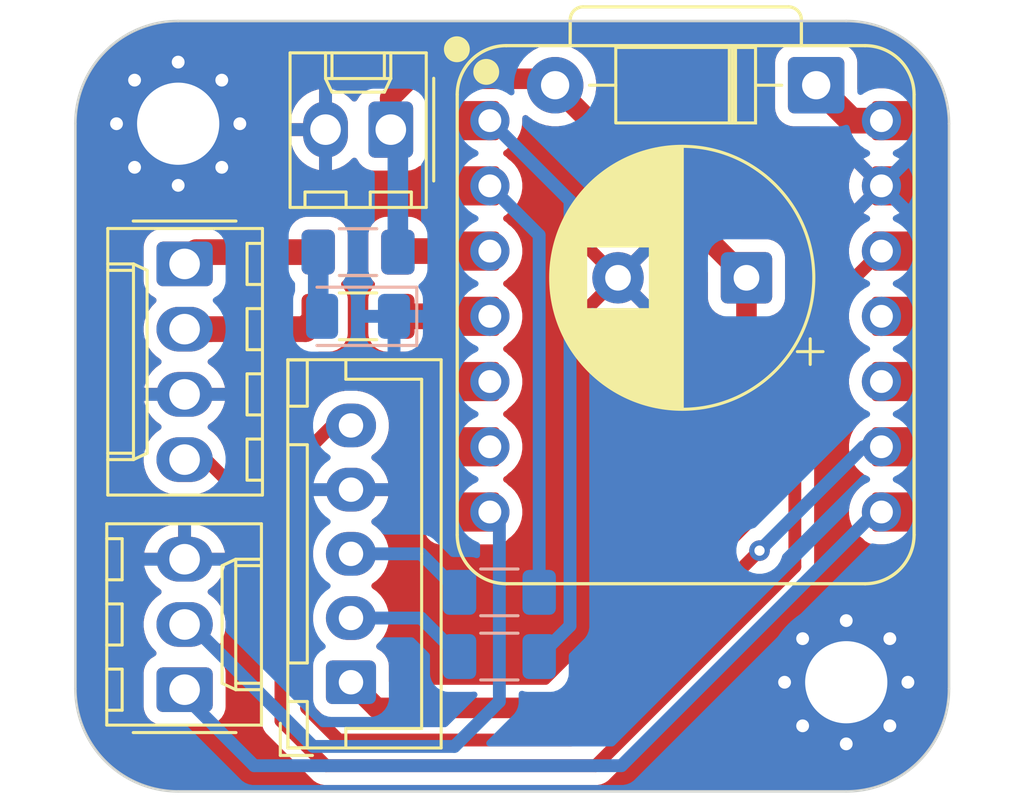
<source format=kicad_pcb>
(kicad_pcb (version 20241229) (generator "pcbnew") (generator_version "9.0")
  (layers (0 "F.Cu" signal) (2 "B.Cu" signal) (13 "F.Paste" user) (15 "B.Paste" user) (5 "F.SilkS" user "F.Silkscreen") (7 "B.SilkS" user "B.Silkscreen") (1 "F.Mask" user) (3 "B.Mask" user) (25 "Edge.Cuts" user))
  (net 0 "")
  (net 1 "GND")
  (net 2 "+5V")
  (net 3 "Net-(D1-K)")
  (net 4 "Net-(D2-A)")
  (net 5 "Lidar_PWM")
  (net 6 "+3.3V")
  (net 7 "Net-(U1-GPIO1{slash}D0{slash}A0)")
  (net 8 "Net-(U1-GPIO2{slash}DA{slash}A1)")
  (net 9 "UART CPE")
  (net 10 "Net-(U1-GPIO3{slash}D2{slash}A2)")
  (net 13 "UART CPS")
  (net 14 "Net-(U1-GPIO4{slash}D3{slash}A3)")
  (net 17 "TX XBEE")
  (net 18 "RX XBEE")
  (net 19 "TX LIDAR")
  (net 20 "RX LIDAR")
  (footprint "Connector_Molex:Molex_KK-254_AE-6410-03A_1x03_P2.54mm_Vertical" (layer "F.Cu") (at 100.25 72.29 90)
    (property "Reference" "J1" (hide yes))
    (property "Value" "UART CP")
    (fp_line (start 6.46 -3.03) (end -1.38 -3.03) (stroke (width 0.12)) (layer "F.SilkS"))
    (fp_line (start 4.28 -3.03) (end 4.28 -2.43) (stroke (width 0.12)) (layer "F.SilkS"))
    (fp_line (start 1.74 -3.03) (end 1.74 -2.43) (stroke (width 0.12)) (layer "F.SilkS"))
    (fp_line (start -0.8 -3.03) (end -0.8 -2.43) (stroke (width 0.12)) (layer "F.SilkS"))
    (fp_line (start -1.38 -3.03) (end -1.38 2.99) (stroke (width 0.12)) (layer "F.SilkS"))
    (fp_line (start 5.88 -2.43) (end 5.88 -3.03) (stroke (width 0.12)) (layer "F.SilkS"))
    (fp_line (start 4.28 -2.43) (end 5.88 -2.43) (stroke (width 0.12)) (layer "F.SilkS"))
    (fp_line (start 3.34 -2.43) (end 3.34 -3.03) (stroke (width 0.12)) (layer "F.SilkS"))
    (fp_line (start 1.74 -2.43) (end 3.34 -2.43) (stroke (width 0.12)) (layer "F.SilkS"))
    (fp_line (start 0.8 -2.43) (end 0.8 -3.03) (stroke (width 0.12)) (layer "F.SilkS"))
    (fp_line (start -0.8 -2.43) (end 0.8 -2.43) (stroke (width 0.12)) (layer "F.SilkS"))
    (fp_line (start -1.67 -2) (end -1.67 2) (stroke (width 0.12)) (layer "F.SilkS"))
    (fp_line (start 4.83 1.46) (end 5.08 1.99) (stroke (width 0.12)) (layer "F.SilkS"))
    (fp_line (start 0.25 1.46) (end 4.83 1.46) (stroke (width 0.12)) (layer "F.SilkS"))
    (fp_line (start 5.08 1.99) (end 5.08 2.99) (stroke (width 0.12)) (layer "F.SilkS"))
    (fp_line (start 0 1.99) (end 0.25 1.46) (stroke (width 0.12)) (layer "F.SilkS"))
    (fp_line (start 0 1.99) (end 5.08 1.99) (stroke (width 0.12)) (layer "F.SilkS"))
    (fp_line (start 6.46 2.99) (end 6.46 -3.03) (stroke (width 0.12)) (layer "F.SilkS"))
    (fp_line (start 4.83 2.99) (end 4.83 1.99) (stroke (width 0.12)) (layer "F.SilkS"))
    (fp_line (start 0.25 2.99) (end 0.25 1.99) (stroke (width 0.12)) (layer "F.SilkS"))
    (fp_line (start 0 2.99) (end 0 1.99) (stroke (width 0.12)) (layer "F.SilkS"))
    (fp_line (start -1.38 2.99) (end 6.46 2.99) (stroke (width 0.12)) (layer "F.SilkS"))
    (pad "1" thru_hole roundrect (at 0 0 90) (size 1.74 2.19) (drill 1.19) (layers "*.Cu" "*.Mask") (roundrect_rratio 0.143678) (net 9 "UART CPE"))
    (pad "2" thru_hole oval (at 2.54 0 90) (size 1.74 2.19) (drill 1.19) (layers "*.Cu" "*.Mask") (net 13 "UART CPS"))
    (pad "3" thru_hole oval (at 5.08 0 90) (size 1.74 2.19) (drill 1.19) (layers "*.Cu" "*.Mask") (net 1 "GND"))
  )
  (footprint "Capacitor_THT:CP_Radial_D10.0mm_P5.00mm" (layer "F.Cu") (at 122.117677 56.25 180)
    (property "Reference" "C1" (hide yes))
    (property "Value" "100µF")
    (fp_line (start 7.58 -0.599) (end 7.58 0.599) (stroke (width 0.12)) (layer "F.SilkS"))
    (fp_line (start 7.54 -0.862) (end 7.54 0.862) (stroke (width 0.12)) (layer "F.SilkS"))
    (fp_line (start 7.5 -1.062) (end 7.5 1.062) (stroke (width 0.12)) (layer "F.SilkS"))
    (fp_line (start 7.46 -1.23) (end 7.46 1.23) (stroke (width 0.12)) (layer "F.SilkS"))
    (fp_line (start 7.42 -1.377) (end 7.42 1.377) (stroke (width 0.12)) (layer "F.SilkS"))
    (fp_line (start 7.38 -1.509) (end 7.38 1.509) (stroke (width 0.12)) (layer "F.SilkS"))
    (fp_line (start 7.34 -1.63) (end 7.34 1.63) (stroke (width 0.12)) (layer "F.SilkS"))
    (fp_line (start 7.3 -1.742) (end 7.3 1.742) (stroke (width 0.12)) (layer "F.SilkS"))
    (fp_line (start 7.26 -1.846) (end 7.26 1.846) (stroke (width 0.12)) (layer "F.SilkS"))
    (fp_line (start 7.22 -1.944) (end 7.22 1.944) (stroke (width 0.12)) (layer "F.SilkS"))
    (fp_line (start 7.18 -2.037) (end 7.18 2.037) (stroke (width 0.12)) (layer "F.SilkS"))
    (fp_line (start 7.14 -2.124) (end 7.14 2.124) (stroke (width 0.12)) (layer "F.SilkS"))
    (fp_line (start 7.1 -2.208) (end 7.1 2.208) (stroke (width 0.12)) (layer "F.SilkS"))
    (fp_line (start 7.06 -2.288) (end 7.06 2.288) (stroke (width 0.12)) (layer "F.SilkS"))
    (fp_line (start 7.02 -2.365) (end 7.02 2.365) (stroke (width 0.12)) (layer "F.SilkS"))
    (fp_line (start 6.98 -2.439) (end 6.98 2.439) (stroke (width 0.12)) (layer "F.SilkS"))
    (fp_line (start 6.94 -2.51) (end 6.94 2.51) (stroke (width 0.12)) (layer "F.SilkS"))
    (fp_line (start 6.9 -2.578) (end 6.9 2.578) (stroke (width 0.12)) (layer "F.SilkS"))
    (fp_line (start 6.86 -2.644) (end 6.86 2.644) (stroke (width 0.12)) (layer "F.SilkS"))
    (fp_line (start 6.82 -2.708) (end 6.82 2.708) (stroke (width 0.12)) (layer "F.SilkS"))
    (fp_line (start 6.78 -2.77) (end 6.78 2.77) (stroke (width 0.12)) (layer "F.SilkS"))
    (fp_line (start 6.74 -2.83) (end 6.74 2.83) (stroke (width 0.12)) (layer "F.SilkS"))
    (fp_line (start 6.7 -2.888) (end 6.7 2.888) (stroke (width 0.12)) (layer "F.SilkS"))
    (fp_line (start 6.66 -2.945) (end 6.66 2.945) (stroke (width 0.12)) (layer "F.SilkS"))
    (fp_line (start 6.62 -3) (end 6.62 3) (stroke (width 0.12)) (layer "F.SilkS"))
    (fp_line (start 6.58 -3.053) (end 6.58 3.053) (stroke (width 0.12)) (layer "F.SilkS"))
    (fp_line (start 6.54 -3.105) (end 6.54 3.105) (stroke (width 0.12)) (layer "F.SilkS"))
    (fp_line (start 6.5 -3.156) (end 6.5 3.156) (stroke (width 0.12)) (layer "F.SilkS"))
    (fp_line (start 6.46 -3.205) (end 6.46 3.205) (stroke (width 0.12)) (layer "F.SilkS"))
    (fp_line (start 6.42 -3.254) (end 6.42 3.254) (stroke (width 0.12)) (layer "F.SilkS"))
    (fp_line (start 6.38 -3.301) (end 6.38 3.301) (stroke (width 0.12)) (layer "F.SilkS"))
    (fp_line (start 6.34 -3.347) (end 6.34 3.347) (stroke (width 0.12)) (layer "F.SilkS"))
    (fp_line (start 6.3 -3.391) (end 6.3 3.391) (stroke (width 0.12)) (layer "F.SilkS"))
    (fp_line (start 6.26 -3.435) (end 6.26 3.435) (stroke (width 0.12)) (layer "F.SilkS"))
    (fp_line (start 6.22 1.24) (end 6.22 3.478) (stroke (width 0.12)) (layer "F.SilkS"))
    (fp_line (start 6.22 -3.478) (end 6.22 -1.24) (stroke (width 0.12)) (layer "F.SilkS"))
    (fp_line (start 6.18 1.24) (end 6.18 3.52) (stroke (width 0.12)) (layer "F.SilkS"))
    (fp_line (start 6.18 -3.52) (end 6.18 -1.24) (stroke (width 0.12)) (layer "F.SilkS"))
    (fp_line (start 6.14 1.24) (end 6.14 3.561) (stroke (width 0.12)) (layer "F.SilkS"))
    (fp_line (start 6.14 -3.561) (end 6.14 -1.24) (stroke (width 0.12)) (layer "F.SilkS"))
    (fp_line (start 6.1 1.24) (end 6.1 3.601) (stroke (width 0.12)) (layer "F.SilkS"))
    (fp_line (start 6.1 -3.601) (end 6.1 -1.24) (stroke (width 0.12)) (layer "F.SilkS"))
    (fp_line (start 6.06 1.24) (end 6.06 3.64) (stroke (width 0.12)) (layer "F.SilkS"))
    (fp_line (start 6.06 -3.64) (end 6.06 -1.24) (stroke (width 0.12)) (layer "F.SilkS"))
    (fp_line (start 6.02 1.24) (end 6.02 3.678) (stroke (width 0.12)) (layer "F.SilkS"))
    (fp_line (start 6.02 -3.678) (end 6.02 -1.24) (stroke (width 0.12)) (layer "F.SilkS"))
    (fp_line (start 5.98 1.24) (end 5.98 3.716) (stroke (width 0.12)) (layer "F.SilkS"))
    (fp_line (start 5.98 -3.716) (end 5.98 -1.24) (stroke (width 0.12)) (layer "F.SilkS"))
    (fp_line (start 5.94 1.24) (end 5.94 3.752) (stroke (width 0.12)) (layer "F.SilkS"))
    (fp_line (start 5.94 -3.752) (end 5.94 -1.24) (stroke (width 0.12)) (layer "F.SilkS"))
    (fp_line (start 5.9 1.24) (end 5.9 3.788) (stroke (width 0.12)) (layer "F.SilkS"))
    (fp_line (start 5.9 -3.788) (end 5.9 -1.24) (stroke (width 0.12)) (layer "F.SilkS"))
    (fp_line (start 5.86 1.24) (end 5.86 3.823) (stroke (width 0.12)) (layer "F.SilkS"))
    (fp_line (start 5.86 -3.823) (end 5.86 -1.24) (stroke (width 0.12)) (layer "F.SilkS"))
    (fp_line (start 5.82 1.24) (end 5.82 3.858) (stroke (width 0.12)) (layer "F.SilkS"))
    (fp_line (start 5.82 -3.858) (end 5.82 -1.24) (stroke (width 0.12)) (layer "F.SilkS"))
    (fp_line (start 5.78 1.24) (end 5.78 3.891) (stroke (width 0.12)) (layer "F.SilkS"))
    (fp_line (start 5.78 -3.891) (end 5.78 -1.24) (stroke (width 0.12)) (layer "F.SilkS"))
    (fp_line (start 5.74 1.24) (end 5.74 3.924) (stroke (width 0.12)) (layer "F.SilkS"))
    (fp_line (start 5.74 -3.924) (end 5.74 -1.24) (stroke (width 0.12)) (layer "F.SilkS"))
    (fp_line (start 5.7 1.24) (end 5.7 3.957) (stroke (width 0.12)) (layer "F.SilkS"))
    (fp_line (start 5.7 -3.957) (end 5.7 -1.24) (stroke (width 0.12)) (layer "F.SilkS"))
    (fp_line (start 5.66 1.24) (end 5.66 3.988) (stroke (width 0.12)) (layer "F.SilkS"))
    (fp_line (start 5.66 -3.988) (end 5.66 -1.24) (stroke (width 0.12)) (layer "F.SilkS"))
    (fp_line (start 5.62 1.24) (end 5.62 4.02) (stroke (width 0.12)) (layer "F.SilkS"))
    (fp_line (start 5.62 -4.02) (end 5.62 -1.24) (stroke (width 0.12)) (layer "F.SilkS"))
    (fp_line (start 5.58 1.24) (end 5.58 4.05) (stroke (width 0.12)) (layer "F.SilkS"))
    (fp_line (start 5.58 -4.05) (end 5.58 -1.24) (stroke (width 0.12)) (layer "F.SilkS"))
    (fp_line (start 5.54 1.24) (end 5.54 4.08) (stroke (width 0.12)) (layer "F.SilkS"))
    (fp_line (start 5.54 -4.08) (end 5.54 -1.24) (stroke (width 0.12)) (layer "F.SilkS"))
    (fp_line (start 5.5 1.24) (end 5.5 4.109) (stroke (width 0.12)) (layer "F.SilkS"))
    (fp_line (start 5.5 -4.109) (end 5.5 -1.24) (stroke (width 0.12)) (layer "F.SilkS"))
    (fp_line (start 5.46 1.24) (end 5.46 4.138) (stroke (width 0.12)) (layer "F.SilkS"))
    (fp_line (start 5.46 -4.138) (end 5.46 -1.24) (stroke (width 0.12)) (layer "F.SilkS"))
    (fp_line (start 5.42 1.24) (end 5.42 4.166) (stroke (width 0.12)) (layer "F.SilkS"))
    (fp_line (start 5.42 -4.166) (end 5.42 -1.24) (stroke (width 0.12)) (layer "F.SilkS"))
    (fp_line (start 5.38 1.24) (end 5.38 4.193) (stroke (width 0.12)) (layer "F.SilkS"))
    (fp_line (start 5.38 -4.193) (end 5.38 -1.24) (stroke (width 0.12)) (layer "F.SilkS"))
    (fp_line (start 5.34 1.24) (end 5.34 4.22) (stroke (width 0.12)) (layer "F.SilkS"))
    (fp_line (start 5.34 -4.22) (end 5.34 -1.24) (stroke (width 0.12)) (layer "F.SilkS"))
    (fp_line (start 5.3 1.24) (end 5.3 4.247) (stroke (width 0.12)) (layer "F.SilkS"))
    (fp_line (start 5.3 -4.247) (end 5.3 -1.24) (stroke (width 0.12)) (layer "F.SilkS"))
    (fp_line (start 5.26 1.24) (end 5.26 4.272) (stroke (width 0.12)) (layer "F.SilkS"))
    (fp_line (start 5.26 -4.272) (end 5.26 -1.24) (stroke (width 0.12)) (layer "F.SilkS"))
    (fp_line (start 5.22 1.24) (end 5.22 4.298) (stroke (width 0.12)) (layer "F.SilkS"))
    (fp_line (start 5.22 -4.298) (end 5.22 -1.24) (stroke (width 0.12)) (layer "F.SilkS"))
    (fp_line (start 5.18 1.24) (end 5.18 4.323) (stroke (width 0.12)) (layer "F.SilkS"))
    (fp_line (start 5.18 -4.323) (end 5.18 -1.24) (stroke (width 0.12)) (layer "F.SilkS"))
    (fp_line (start 5.14 1.24) (end 5.14 4.347) (stroke (width 0.12)) (layer "F.SilkS"))
    (fp_line (start 5.14 -4.347) (end 5.14 -1.24) (stroke (width 0.12)) (layer "F.SilkS"))
    (fp_line (start 5.1 1.24) (end 5.1 4.371) (stroke (width 0.12)) (layer "F.SilkS"))
    (fp_line (start 5.1 -4.371) (end 5.1 -1.24) (stroke (width 0.12)) (layer "F.SilkS"))
    (fp_line (start 5.06 1.24) (end 5.06 4.394) (stroke (width 0.12)) (layer "F.SilkS"))
    (fp_line (start 5.06 -4.394) (end 5.06 -1.24) (stroke (width 0.12)) (layer "F.SilkS"))
    (fp_line (start 5.02 1.24) (end 5.02 4.417) (stroke (width 0.12)) (layer "F.SilkS"))
    (fp_line (start 5.02 -4.417) (end 5.02 -1.24) (stroke (width 0.12)) (layer "F.SilkS"))
    (fp_line (start 4.98 1.24) (end 4.98 4.439) (stroke (width 0.12)) (layer "F.SilkS"))
    (fp_line (start 4.98 -4.439) (end 4.98 -1.24) (stroke (width 0.12)) (layer "F.SilkS"))
    (fp_line (start 4.94 1.24) (end 4.94 4.461) (stroke (width 0.12)) (layer "F.SilkS"))
    (fp_line (start 4.94 -4.461) (end 4.94 -1.24) (stroke (width 0.12)) (layer "F.SilkS"))
    (fp_line (start 4.9 1.24) (end 4.9 4.483) (stroke (width 0.12)) (layer "F.SilkS"))
    (fp_line (start 4.9 -4.483) (end 4.9 -1.24) (stroke (width 0.12)) (layer "F.SilkS"))
    (fp_line (start 4.86 1.24) (end 4.86 4.504) (stroke (width 0.12)) (layer "F.SilkS"))
    (fp_line (start 4.86 -4.504) (end 4.86 -1.24) (stroke (width 0.12)) (layer "F.SilkS"))
    (fp_line (start 4.82 1.24) (end 4.82 4.524) (stroke (width 0.12)) (layer "F.SilkS"))
    (fp_line (start 4.82 -4.524) (end 4.82 -1.24) (stroke (width 0.12)) (layer "F.SilkS"))
    (fp_line (start 4.78 1.24) (end 4.78 4.544) (stroke (width 0.12)) (layer "F.SilkS"))
    (fp_line (start 4.78 -4.544) (end 4.78 -1.24) (stroke (width 0.12)) (layer "F.SilkS"))
    (fp_line (start 4.74 1.24) (end 4.74 4.564) (stroke (width 0.12)) (layer "F.SilkS"))
    (fp_line (start 4.74 -4.564) (end 4.74 -1.24) (stroke (width 0.12)) (layer "F.SilkS"))
    (fp_line (start 4.7 1.24) (end 4.7 4.583) (stroke (width 0.12)) (layer "F.SilkS"))
    (fp_line (start 4.7 -4.583) (end 4.7 -1.24) (stroke (width 0.12)) (layer "F.SilkS"))
    (fp_line (start 4.66 1.24) (end 4.66 4.602) (stroke (width 0.12)) (layer "F.SilkS"))
    (fp_line (start 4.66 -4.602) (end 4.66 -1.24) (stroke (width 0.12)) (layer "F.SilkS"))
    (fp_line (start 4.62 1.24) (end 4.62 4.62) (stroke (width 0.12)) (layer "F.SilkS"))
    (fp_line (start 4.62 -4.62) (end 4.62 -1.24) (stroke (width 0.12)) (layer "F.SilkS"))
    (fp_line (start 4.58 1.24) (end 4.58 4.638) (stroke (width 0.12)) (layer "F.SilkS"))
    (fp_line (start 4.58 -4.638) (end 4.58 -1.24) (stroke (width 0.12)) (layer "F.SilkS"))
    (fp_line (start 4.54 1.24) (end 4.54 4.656) (stroke (width 0.12)) (layer "F.SilkS"))
    (fp_line (start 4.54 -4.656) (end 4.54 -1.24) (stroke (width 0.12)) (layer "F.SilkS"))
    (fp_line (start 4.5 1.24) (end 4.5 4.673) (stroke (width 0.12)) (layer "F.SilkS"))
    (fp_line (start 4.5 -4.673) (end 4.5 -1.24) (stroke (width 0.12)) (layer "F.SilkS"))
    (fp_line (start 4.46 1.24) (end 4.46 4.69) (stroke (width 0.12)) (layer "F.SilkS"))
    (fp_line (start 4.46 -4.69) (end 4.46 -1.24) (stroke (width 0.12)) (layer "F.SilkS"))
    (fp_line (start 4.42 1.24) (end 4.42 4.706) (stroke (width 0.12)) (layer "F.SilkS"))
    (fp_line (start 4.42 -4.706) (end 4.42 -1.24) (stroke (width 0.12)) (layer "F.SilkS"))
    (fp_line (start 4.38 1.24) (end 4.38 4.722) (stroke (width 0.12)) (layer "F.SilkS"))
    (fp_line (start 4.38 -4.722) (end 4.38 -1.24) (stroke (width 0.12)) (layer "F.SilkS"))
    (fp_line (start 4.34 1.24) (end 4.34 4.738) (stroke (width 0.12)) (layer "F.SilkS"))
    (fp_line (start 4.34 -4.738) (end 4.34 -1.24) (stroke (width 0.12)) (layer "F.SilkS"))
    (fp_line (start 4.3 1.24) (end 4.3 4.753) (stroke (width 0.12)) (layer "F.SilkS"))
    (fp_line (start 4.3 -4.753) (end 4.3 -1.24) (stroke (width 0.12)) (layer "F.SilkS"))
    (fp_line (start 4.26 1.24) (end 4.26 4.768) (stroke (width 0.12)) (layer "F.SilkS"))
    (fp_line (start 4.26 -4.768) (end 4.26 -1.24) (stroke (width 0.12)) (layer "F.SilkS"))
    (fp_line (start 4.22 1.24) (end 4.22 4.782) (stroke (width 0.12)) (layer "F.SilkS"))
    (fp_line (start 4.22 -4.782) (end 4.22 -1.24) (stroke (width 0.12)) (layer "F.SilkS"))
    (fp_line (start 4.18 1.24) (end 4.18 4.797) (stroke (width 0.12)) (layer "F.SilkS"))
    (fp_line (start 4.18 -4.797) (end 4.18 -1.24) (stroke (width 0.12)) (layer "F.SilkS"))
    (fp_line (start 4.14 1.24) (end 4.14 4.81) (stroke (width 0.12)) (layer "F.SilkS"))
    (fp_line (start 4.14 -4.81) (end 4.14 -1.24) (stroke (width 0.12)) (layer "F.SilkS"))
    (fp_line (start 4.1 1.24) (end 4.1 4.824) (stroke (width 0.12)) (layer "F.SilkS"))
    (fp_line (start 4.1 -4.824) (end 4.1 -1.24) (stroke (width 0.12)) (layer "F.SilkS"))
    (fp_line (start 4.06 1.24) (end 4.06 4.837) (stroke (width 0.12)) (layer "F.SilkS"))
    (fp_line (start 4.06 -4.837) (end 4.06 -1.24) (stroke (width 0.12)) (layer "F.SilkS"))
    (fp_line (start 4.02 1.24) (end 4.02 4.849) (stroke (width 0.12)) (layer "F.SilkS"))
    (fp_line (start 4.02 -4.849) (end 4.02 -1.24) (stroke (width 0.12)) (layer "F.SilkS"))
    (fp_line (start 3.98 1.24) (end 3.98 4.861) (stroke (width 0.12)) (layer "F.SilkS"))
    (fp_line (start 3.98 -4.861) (end 3.98 -1.24) (stroke (width 0.12)) (layer "F.SilkS"))
    (fp_line (start 3.94 1.24) (end 3.94 4.873) (stroke (width 0.12)) (layer "F.SilkS"))
    (fp_line (start 3.94 -4.873) (end 3.94 -1.24) (stroke (width 0.12)) (layer "F.SilkS"))
    (fp_line (start 3.9 1.24) (end 3.9 4.885) (stroke (width 0.12)) (layer "F.SilkS"))
    (fp_line (start 3.9 -4.885) (end 3.9 -1.24) (stroke (width 0.12)) (layer "F.SilkS"))
    (fp_line (start 3.86 1.24) (end 3.86 4.896) (stroke (width 0.12)) (layer "F.SilkS"))
    (fp_line (start 3.86 -4.896) (end 3.86 -1.24) (stroke (width 0.12)) (layer "F.SilkS"))
    (fp_line (start 3.82 1.24) (end 3.82 4.907) (stroke (width 0.12)) (layer "F.SilkS"))
    (fp_line (start 3.82 -4.907) (end 3.82 -1.24) (stroke (width 0.12)) (layer "F.SilkS"))
    (fp_line (start 3.78 1.24) (end 3.78 4.917) (stroke (width 0.12)) (layer "F.SilkS"))
    (fp_line (start 3.78 -4.917) (end 3.78 -1.24) (stroke (width 0.12)) (layer "F.SilkS"))
    (fp_line (start 3.74 -4.928) (end 3.74 4.928) (stroke (width 0.12)) (layer "F.SilkS"))
    (fp_line (start 3.7 -4.937) (end 3.7 4.937) (stroke (width 0.12)) (layer "F.SilkS"))
    (fp_line (start 3.66 -4.947) (end 3.66 4.947) (stroke (width 0.12)) (layer "F.SilkS"))
    (fp_line (start 3.62 -4.956) (end 3.62 4.956) (stroke (width 0.12)) (layer "F.SilkS"))
    (fp_line (start 3.58 -4.965) (end 3.58 4.965) (stroke (width 0.12)) (layer "F.SilkS"))
    (fp_line (start 3.54 -4.973) (end 3.54 4.973) (stroke (width 0.12)) (layer "F.SilkS"))
    (fp_line (start 3.5 -4.981) (end 3.5 4.981) (stroke (width 0.12)) (layer "F.SilkS"))
    (fp_line (start 3.46 -4.989) (end 3.46 4.989) (stroke (width 0.12)) (layer "F.SilkS"))
    (fp_line (start 3.42 -4.997) (end 3.42 4.997) (stroke (width 0.12)) (layer "F.SilkS"))
    (fp_line (start 3.38 -5.004) (end 3.38 5.004) (stroke (width 0.12)) (layer "F.SilkS"))
    (fp_line (start 3.34 -5.011) (end 3.34 5.011) (stroke (width 0.12)) (layer "F.SilkS"))
    (fp_line (start 3.3 -5.017) (end 3.3 5.017) (stroke (width 0.12)) (layer "F.SilkS"))
    (fp_line (start 3.26 -5.023) (end 3.26 5.023) (stroke (width 0.12)) (layer "F.SilkS"))
    (fp_line (start 3.22 -5.029) (end 3.22 5.029) (stroke (width 0.12)) (layer "F.SilkS"))
    (fp_line (start 3.18 -5.035) (end 3.18 5.035) (stroke (width 0.12)) (layer "F.SilkS"))
    (fp_line (start 3.14 -5.04) (end 3.14 5.04) (stroke (width 0.12)) (layer "F.SilkS"))
    (fp_line (start 3.1 -5.045) (end 3.1 5.045) (stroke (width 0.12)) (layer "F.SilkS"))
    (fp_line (start 3.06 -5.049) (end 3.06 5.049) (stroke (width 0.12)) (layer "F.SilkS"))
    (fp_line (start 3.02 -5.054) (end 3.02 5.054) (stroke (width 0.12)) (layer "F.SilkS"))
    (fp_line (start 2.98 -5.057) (end 2.98 5.057) (stroke (width 0.12)) (layer "F.SilkS"))
    (fp_line (start 2.94 -5.061) (end 2.94 5.061) (stroke (width 0.12)) (layer "F.SilkS"))
    (fp_line (start 2.9 -5.064) (end 2.9 5.064) (stroke (width 0.12)) (layer "F.SilkS"))
    (fp_line (start 2.86 -5.067) (end 2.86 5.067) (stroke (width 0.12)) (layer "F.SilkS"))
    (fp_line (start 2.82 -5.07) (end 2.82 5.07) (stroke (width 0.12)) (layer "F.SilkS"))
    (fp_line (start 2.78 -5.072) (end 2.78 5.072) (stroke (width 0.12)) (layer "F.SilkS"))
    (fp_line (start 2.74 -5.074) (end 2.74 5.074) (stroke (width 0.12)) (layer "F.SilkS"))
    (fp_line (start 2.7 -5.076) (end 2.7 5.076) (stroke (width 0.12)) (layer "F.SilkS"))
    (fp_line (start 2.66 -5.077) (end 2.66 5.077) (stroke (width 0.12)) (layer "F.SilkS"))
    (fp_line (start 2.62 -5.079) (end 2.62 5.079) (stroke (width 0.12)) (layer "F.SilkS"))
    (fp_line (start 2.58 -5.079) (end 2.58 5.079) (stroke (width 0.12)) (layer "F.SilkS"))
    (fp_line (start 2.54 -5.08) (end 2.54 5.08) (stroke (width 0.12)) (layer "F.SilkS"))
    (fp_line (start 2.5 -5.08) (end 2.5 5.08) (stroke (width 0.12)) (layer "F.SilkS"))
    (fp_line (start -2.479646 -3.375) (end -2.479646 -2.375) (stroke (width 0.12)) (layer "F.SilkS"))
    (fp_line (start -2.979646 -2.875) (end -1.979646 -2.875) (stroke (width 0.12)) (layer "F.SilkS"))
    (fp_circle (center 2.5 0) (end 7.62 0) (stroke (width 0.12)) (fill no) (layer "F.SilkS"))
    (pad "1" thru_hole roundrect (at 0 0 180) (size 2 2) (drill 1) (layers "*.Cu" "*.Mask") (roundrect_rratio 0.125) (net 2 "+5V"))
    (pad "2" thru_hole circle (at 5 0 180) (size 2 2) (drill 1) (layers "*.Cu" "*.Mask") (net 1 "GND"))
  )
  (footprint "Diode_THT:D_DO-41_SOD81_P10.16mm_Horizontal" (layer "F.Cu") (at 124.83 48.75 180)
    (property "Reference" "D1" (hide yes))
    (property "Value" "D_Shottky")
    (fp_line (start 8.82 0) (end 7.8 0) (stroke (width 0.12)) (layer "F.SilkS"))
    (fp_line (start 3.38 -1.47) (end 3.38 1.47) (stroke (width 0.12)) (layer "F.SilkS"))
    (fp_line (start 3.26 -1.47) (end 3.26 1.47) (stroke (width 0.12)) (layer "F.SilkS"))
    (fp_line (start 3.14 -1.47) (end 3.14 1.47) (stroke (width 0.12)) (layer "F.SilkS"))
    (fp_line (start 1.34 0) (end 2.36 0) (stroke (width 0.12)) (layer "F.SilkS"))
    (fp_rect (start 2.36 -1.47) (end 7.8 1.47) (stroke (width 0.12)) (fill no) (layer "F.SilkS"))
    (pad "1" thru_hole roundrect (at 0 0 180) (size 2.2 2.2) (drill 1.1) (layers "*.Cu" "*.Mask") (roundrect_rratio 0.113636) (net 3 "Net-(D1-K)"))
    (pad "2" thru_hole circle (at 10.16 0 180) (size 2.2 2.2) (drill 1.1) (layers "*.Cu" "*.Mask") (net 2 "+5V"))
  )
  (footprint "Connector_Molex:Molex_KK-254_AE-6410-04A_1x04_P2.54mm_Vertical" (layer "F.Cu") (at 100.25 55.71 -90)
    (property "Reference" "J3" (hide yes))
    (property "Value" "XBEE")
    (fp_line (start -1.38 2.99) (end 9 2.99) (stroke (width 0.12)) (layer "F.SilkS"))
    (fp_line (start 0 2.99) (end 0 1.99) (stroke (width 0.12)) (layer "F.SilkS"))
    (fp_line (start 0.25 2.99) (end 0.25 1.99) (stroke (width 0.12)) (layer "F.SilkS"))
    (fp_line (start 7.37 2.99) (end 7.37 1.99) (stroke (width 0.12)) (layer "F.SilkS"))
    (fp_line (start 9 2.99) (end 9 -3.03) (stroke (width 0.12)) (layer "F.SilkS"))
    (fp_line (start 0 1.99) (end 7.62 1.99) (stroke (width 0.12)) (layer "F.SilkS"))
    (fp_line (start 0 1.99) (end 0.25 1.46) (stroke (width 0.12)) (layer "F.SilkS"))
    (fp_line (start 7.62 1.99) (end 7.62 2.99) (stroke (width 0.12)) (layer "F.SilkS"))
    (fp_line (start 0.25 1.46) (end 7.37 1.46) (stroke (width 0.12)) (layer "F.SilkS"))
    (fp_line (start 7.37 1.46) (end 7.62 1.99) (stroke (width 0.12)) (layer "F.SilkS"))
    (fp_line (start -1.67 -2) (end -1.67 2) (stroke (width 0.12)) (layer "F.SilkS"))
    (fp_line (start -0.8 -2.43) (end 0.8 -2.43) (stroke (width 0.12)) (layer "F.SilkS"))
    (fp_line (start 0.8 -2.43) (end 0.8 -3.03) (stroke (width 0.12)) (layer "F.SilkS"))
    (fp_line (start 1.74 -2.43) (end 3.34 -2.43) (stroke (width 0.12)) (layer "F.SilkS"))
    (fp_line (start 3.34 -2.43) (end 3.34 -3.03) (stroke (width 0.12)) (layer "F.SilkS"))
    (fp_line (start 4.28 -2.43) (end 5.88 -2.43) (stroke (width 0.12)) (layer "F.SilkS"))
    (fp_line (start 5.88 -2.43) (end 5.88 -3.03) (stroke (width 0.12)) (layer "F.SilkS"))
    (fp_line (start 6.82 -2.43) (end 8.42 -2.43) (stroke (width 0.12)) (layer "F.SilkS"))
    (fp_line (start 8.42 -2.43) (end 8.42 -3.03) (stroke (width 0.12)) (layer "F.SilkS"))
    (fp_line (start -1.38 -3.03) (end -1.38 2.99) (stroke (width 0.12)) (layer "F.SilkS"))
    (fp_line (start -0.8 -3.03) (end -0.8 -2.43) (stroke (width 0.12)) (layer "F.SilkS"))
    (fp_line (start 1.74 -3.03) (end 1.74 -2.43) (stroke (width 0.12)) (layer "F.SilkS"))
    (fp_line (start 4.28 -3.03) (end 4.28 -2.43) (stroke (width 0.12)) (layer "F.SilkS"))
    (fp_line (start 6.82 -3.03) (end 6.82 -2.43) (stroke (width 0.12)) (layer "F.SilkS"))
    (fp_line (start 9 -3.03) (end -1.38 -3.03) (stroke (width 0.12)) (layer "F.SilkS"))
    (pad "1" thru_hole roundrect (at 0 0 270) (size 1.74 2.19) (drill 1.19) (layers "*.Cu" "*.Mask") (roundrect_rratio 0.143678) (net 18 "RX XBEE"))
    (pad "2" thru_hole oval (at 2.54 0 270) (size 1.74 2.19) (drill 1.19) (layers "*.Cu" "*.Mask") (net 17 "TX XBEE"))
    (pad "3" thru_hole oval (at 5.08 0 270) (size 1.74 2.19) (drill 1.19) (layers "*.Cu" "*.Mask") (net 1 "GND"))
    (pad "4" thru_hole oval (at 7.62 0 270) (size 1.74 2.19) (drill 1.19) (layers "*.Cu" "*.Mask") (net 6 "+3.3V"))
  )
  (footprint "Resistor_SMD:R_1206_3216Metric_Pad1.30x1.75mm_HandSolder" (layer "F.Cu") (at 107 57.75)
    (property "Reference" "R5" (hide yes))
    (property "Value" "47")
    (fp_line (start -0.727064 -0.91) (end 0.727064 -0.91) (stroke (width 0.12)) (layer "F.SilkS"))
    (fp_line (start -0.727064 0.91) (end 0.727064 0.91) (stroke (width 0.12)) (layer "F.SilkS"))
    (pad "1" smd roundrect (at -1.55 0) (size 1.3 1.75) (layers "F.Cu" "F.Mask" "F.Paste") (roundrect_rratio 0.192308) (net 17 "TX XBEE"))
    (pad "2" smd roundrect (at 1.55 0) (size 1.3 1.75) (layers "F.Cu" "F.Mask" "F.Paste") (roundrect_rratio 0.192308) (net 14 "Net-(U1-GPIO4{slash}D3{slash}A3)"))
  )
  (footprint "Connector_JST:JST_XH_B5B-XH-A_1x05_P2.50mm_Vertical" (layer "F.Cu") (at 106.725 72 90)
    (property "Reference" "J2" (hide yes))
    (property "Value" "LIDAR")
    (fp_line (start -1.6 -2.75) (end -2.85 -2.75) (stroke (width 0.12)) (layer "F.SilkS"))
    (fp_line (start -2.85 -2.75) (end -2.85 -1.5) (stroke (width 0.12)) (layer "F.SilkS"))
    (fp_line (start 12.56 -2.46) (end -2.56 -2.46) (stroke (width 0.12)) (layer "F.SilkS"))
    (fp_line (start -2.56 -2.46) (end -2.56 3.51) (stroke (width 0.12)) (layer "F.SilkS"))
    (fp_line (start 12.55 -2.45) (end 10.75 -2.45) (stroke (width 0.12)) (layer "F.SilkS"))
    (fp_line (start 10.75 -2.45) (end 10.75 -1.7) (stroke (width 0.12)) (layer "F.SilkS"))
    (fp_line (start 9.25 -2.45) (end 0.75 -2.45) (stroke (width 0.12)) (layer "F.SilkS"))
    (fp_line (start 0.75 -2.45) (end 0.75 -1.7) (stroke (width 0.12)) (layer "F.SilkS"))
    (fp_line (start -0.75 -2.45) (end -2.55 -2.45) (stroke (width 0.12)) (layer "F.SilkS"))
    (fp_line (start -2.55 -2.45) (end -2.55 -1.7) (stroke (width 0.12)) (layer "F.SilkS"))
    (fp_line (start 12.55 -1.7) (end 12.55 -2.45) (stroke (width 0.12)) (layer "F.SilkS"))
    (fp_line (start 10.75 -1.7) (end 12.55 -1.7) (stroke (width 0.12)) (layer "F.SilkS"))
    (fp_line (start 9.25 -1.7) (end 9.25 -2.45) (stroke (width 0.12)) (layer "F.SilkS"))
    (fp_line (start 0.75 -1.7) (end 9.25 -1.7) (stroke (width 0.12)) (layer "F.SilkS"))
    (fp_line (start -0.75 -1.7) (end -0.75 -2.45) (stroke (width 0.12)) (layer "F.SilkS"))
    (fp_line (start -2.55 -1.7) (end -0.75 -1.7) (stroke (width 0.12)) (layer "F.SilkS"))
    (fp_line (start 12.55 -0.2) (end 11.8 -0.2) (stroke (width 0.12)) (layer "F.SilkS"))
    (fp_line (start 11.8 -0.2) (end 11.8 2.75) (stroke (width 0.12)) (layer "F.SilkS"))
    (fp_line (start -1.8 -0.2) (end -1.8 2.75) (stroke (width 0.12)) (layer "F.SilkS"))
    (fp_line (start -2.55 -0.2) (end -1.8 -0.2) (stroke (width 0.12)) (layer "F.SilkS"))
    (fp_line (start 11.8 2.75) (end 5 2.75) (stroke (width 0.12)) (layer "F.SilkS"))
    (fp_line (start -1.8 2.75) (end 5 2.75) (stroke (width 0.12)) (layer "F.SilkS"))
    (fp_line (start 12.56 3.51) (end 12.56 -2.46) (stroke (width 0.12)) (layer "F.SilkS"))
    (fp_line (start -2.56 3.51) (end 12.56 3.51) (stroke (width 0.12)) (layer "F.SilkS"))
    (pad "1" thru_hole roundrect (at 0 0 90) (size 1.7 1.95) (drill 0.95) (layers "*.Cu" "*.Mask") (roundrect_rratio 0.147059) (net 2 "+5V"))
    (pad "2" thru_hole oval (at 2.5 0 90) (size 1.7 1.95) (drill 0.95) (layers "*.Cu" "*.Mask") (net 19 "TX LIDAR"))
    (pad "3" thru_hole oval (at 5 0 90) (size 1.7 1.95) (drill 0.95) (layers "*.Cu" "*.Mask") (net 20 "RX LIDAR"))
    (pad "4" thru_hole oval (at 7.5 0 90) (size 1.7 1.95) (drill 0.95) (layers "*.Cu" "*.Mask") (net 1 "GND"))
    (pad "5" thru_hole oval (at 10 0 90) (size 1.7 1.95) (drill 0.95) (layers "*.Cu" "*.Mask") (net 5 "Lidar_PWM"))
  )
  (footprint "Seeed Studio XIAO Series Library:XIAO-ESP32S3-DIP" (layer "F.Cu") (at 119.75 57.75)
    (property "Reference" "U1" (hide yes))
    (property "Value" "XIAO-ESP32-S3-DIP")
    (fp_line (start -8.89 8.509) (end -8.89 -8.636) (stroke (width 0.127)) (layer "F.SilkS"))
    (fp_line (start -6.985 10.414) (end 6.985 10.414) (stroke (width 0.127)) (layer "F.SilkS"))
    (fp_line (start -4.495 -10.541) (end -4.491272 -11.551272) (stroke (width 0.127)) (layer "F.SilkS"))
    (fp_line (start -3.991272 -12.051) (end 4.004 -12.051) (stroke (width 0.127)) (layer "F.SilkS"))
    (fp_line (start 4.504 -11.551) (end 4.504 -10.541) (stroke (width 0.127)) (layer "F.SilkS"))
    (fp_line (start 6.985 -10.541) (end -6.985 -10.541) (stroke (width 0.1)) (layer "F.SilkS"))
    (fp_line (start 6.985 -10.541) (end -6.985 -10.541) (stroke (width 0.127)) (layer "F.SilkS"))
    (fp_line (start 8.89 8.509) (end 8.89 -8.636) (stroke (width 0.127)) (layer "F.SilkS"))
    (fp_arc (start -8.89 -8.636) (mid -8.332038 -9.983038) (end -6.985 -10.541) (stroke (width 0.127)) (layer "F.SilkS"))
    (fp_arc (start -6.985 10.414) (mid -8.332038 9.856038) (end -8.89 8.509) (stroke (width 0.127)) (layer "F.SilkS"))
    (fp_arc (start -4.491272 -11.551272) (mid -4.344728 -11.90464) (end -3.991272 -12.051) (stroke (width 0.127)) (layer "F.SilkS"))
    (fp_arc (start 4.004 -12.051) (mid 4.357553 -11.904553) (end 4.504 -11.551) (stroke (width 0.127)) (layer "F.SilkS"))
    (fp_arc (start 6.985 -10.541) (mid 8.332038 -9.983038) (end 8.89 -8.636) (stroke (width 0.127)) (layer "F.SilkS"))
    (fp_arc (start 8.89 8.509) (mid 8.332038 9.856038) (end 6.985 10.414) (stroke (width 0.127)) (layer "F.SilkS"))
    (fp_circle (center -8.904 -10.4) (end -8.904 -10.654) (stroke (width 0.5)) (fill yes) (layer "F.SilkS"))
    (fp_circle (center -7.761 -9.52) (end -7.761 -9.774) (stroke (width 0.5)) (fill yes) (layer "F.SilkS"))
    (pad "1" smd roundrect (at -8.455 -7.62 180) (size 2.432 1.524) (layers "F.Cu" "F.Mask") (roundrect_rratio 0.1) (net 7 "Net-(U1-GPIO1{slash}D0{slash}A0)"))
    (pad "1" thru_hole circle (at -7.62 -7.62 180) (size 1.524 1.524) (drill 0.889) (layers "*.Cu" "*.Mask") (net 7 "Net-(U1-GPIO1{slash}D0{slash}A0)"))
    (pad "2" smd roundrect (at -8.455 -5.08 180) (size 2.432 1.524) (layers "F.Cu" "F.Mask") (roundrect_rratio 0.1) (net 8 "Net-(U1-GPIO2{slash}DA{slash}A1)"))
    (pad "2" thru_hole circle (at -7.62 -5.08 180) (size 1.524 1.524) (drill 0.889) (layers "*.Cu" "*.Mask") (net 8 "Net-(U1-GPIO2{slash}DA{slash}A1)"))
    (pad "3" smd roundrect (at -8.455 -2.54 180) (size 2.432 1.524) (layers "F.Cu" "F.Mask") (roundrect_rratio 0.1) (net 10 "Net-(U1-GPIO3{slash}D2{slash}A2)"))
    (pad "3" thru_hole circle (at -7.62 -2.54 180) (size 1.524 1.524) (drill 0.889) (layers "*.Cu" "*.Mask") (net 10 "Net-(U1-GPIO3{slash}D2{slash}A2)"))
    (pad "4" smd roundrect (at -8.455 0 180) (size 2.432 1.524) (layers "F.Cu" "F.Mask") (roundrect_rratio 0.1) (net 14 "Net-(U1-GPIO4{slash}D3{slash}A3)"))
    (pad "4" thru_hole circle (at -7.62 0 180) (size 1.524 1.524) (drill 0.889) (layers "*.Cu" "*.Mask") (net 14 "Net-(U1-GPIO4{slash}D3{slash}A3)"))
    (pad "5" smd roundrect (at -8.455 2.54 180) (size 2.432 1.524) (layers "F.Cu" "F.Mask") (roundrect_rratio 0.1))
    (pad "5" thru_hole circle (at -7.62 2.54 180) (size 1.524 1.524) (drill 0.889) (layers "*.Cu" "*.Mask"))
    (pad "6" smd roundrect (at -8.455 5.08 180) (size 2.432 1.524) (layers "F.Cu" "F.Mask") (roundrect_rratio 0.1))
    (pad "6" thru_hole circle (at -7.62 5.08 180) (size 1.524 1.524) (drill 0.889) (layers "*.Cu" "*.Mask"))
    (pad "7" smd roundrect (at -8.455 7.62 180) (size 2.432 1.524) (layers "F.Cu" "F.Mask") (roundrect_rratio 0.1) (net 13 "UART CPS"))
    (pad "7" thru_hole circle (at -7.62 7.62 180) (size 1.524 1.524) (drill 0.889) (layers "*.Cu" "*.Mask") (net 13 "UART CPS"))
    (pad "8" thru_hole circle (at 7.62 7.62) (size 1.524 1.524) (drill 0.889) (layers "*.Cu" "*.Mask") (net 9 "UART CPE"))
    (pad "8" smd roundrect (at 8.455 7.62) (size 2.432 1.524) (layers "F.Cu" "F.Mask") (roundrect_rratio 0.1) (net 9 "UART CPE"))
    (pad "9" thru_hole circle (at 7.62 5.08) (size 1.524 1.524) (drill 0.889) (layers "*.Cu" "*.Mask") (net 5 "Lidar_PWM"))
    (pad "9" smd roundrect (at 8.455 5.08) (size 2.432 1.524) (layers "F.Cu" "F.Mask") (roundrect_rratio 0.1) (net 5 "Lidar_PWM"))
    (pad "10" thru_hole circle (at 7.62 2.54) (size 1.524 1.524) (drill 0.889) (layers "*.Cu" "*.Mask"))
    (pad "10" smd roundrect (at 8.455 2.54) (size 2.432 1.524) (layers "F.Cu" "F.Mask") (roundrect_rratio 0.1))
    (pad "11" thru_hole circle (at 7.62 0) (size 1.524 1.524) (drill 0.889) (layers "*.Cu" "*.Mask"))
    (pad "11" smd roundrect (at 8.455 0) (size 2.432 1.524) (layers "F.Cu" "F.Mask") (roundrect_rratio 0.1))
    (pad "12" thru_hole circle (at 7.62 -2.54) (size 1.524 1.524) (drill 0.889) (layers "*.Cu" "*.Mask") (net 6 "+3.3V"))
    (pad "12" smd roundrect (at 8.455 -2.54) (size 2.432 1.524) (layers "F.Cu" "F.Mask") (roundrect_rratio 0.1) (net 6 "+3.3V"))
    (pad "13" thru_hole circle (at 7.62 -5.08) (size 1.524 1.524) (drill 0.889) (layers "*.Cu" "*.Mask") (net 1 "GND"))
    (pad "13" smd roundrect (at 8.455 -5.08) (size 2.432 1.524) (layers "F.Cu" "F.Mask") (roundrect_rratio 0.1) (net 1 "GND"))
    (pad "14" thru_hole circle (at 7.62 -7.62) (size 1.524 1.524) (drill 0.889) (layers "*.Cu" "*.Mask") (net 3 "Net-(D1-K)"))
    (pad "14" smd roundrect (at 8.455 -7.62) (size 2.432 1.524) (layers "F.Cu" "F.Mask") (roundrect_rratio 0.1) (net 3 "Net-(D1-K)"))
  )
  (footprint "MountingHole:MountingHole_3.2mm_M3_Pad_Via" (layer "F.Cu") (at 126 72)
    (property "Reference" "H3" (hide yes))
    (property "Value" "MountingHole_Pad")
    (pad "1" thru_hole circle (at -2.4 0) (size 0.8 0.8) (drill 0.5) (layers "*.Cu" "*.Mask") (net 1 "GND"))
    (pad "1" thru_hole circle (at -1.697056 -1.697056) (size 0.8 0.8) (drill 0.5) (layers "*.Cu" "*.Mask") (net 1 "GND"))
    (pad "1" thru_hole circle (at -1.697056 1.697056) (size 0.8 0.8) (drill 0.5) (layers "*.Cu" "*.Mask") (net 1 "GND"))
    (pad "1" thru_hole circle (at 0 -2.4) (size 0.8 0.8) (drill 0.5) (layers "*.Cu" "*.Mask") (net 1 "GND"))
    (pad "1" thru_hole circle (at 0 0) (size 6.4 6.4) (drill 3.2) (layers "*.Cu" "*.Mask") (net 1 "GND"))
    (pad "1" thru_hole circle (at 0 2.4) (size 0.8 0.8) (drill 0.5) (layers "*.Cu" "*.Mask") (net 1 "GND"))
    (pad "1" thru_hole circle (at 1.697056 -1.697056) (size 0.8 0.8) (drill 0.5) (layers "*.Cu" "*.Mask") (net 1 "GND"))
    (pad "1" thru_hole circle (at 1.697056 1.697056) (size 0.8 0.8) (drill 0.5) (layers "*.Cu" "*.Mask") (net 1 "GND"))
    (pad "1" thru_hole circle (at 2.4 0) (size 0.8 0.8) (drill 0.5) (layers "*.Cu" "*.Mask") (net 1 "GND"))
  )
  (footprint "MountingHole:MountingHole_3.2mm_M3_Pad_Via" (layer "F.Cu") (at 100 50.25)
    (property "Reference" "H2" (hide yes))
    (property "Value" "MountingHole_Pad")
    (pad "1" thru_hole circle (at -2.4 0) (size 0.8 0.8) (drill 0.5) (layers "*.Cu" "*.Mask") (net 1 "GND"))
    (pad "1" thru_hole circle (at -1.697056 -1.697056) (size 0.8 0.8) (drill 0.5) (layers "*.Cu" "*.Mask") (net 1 "GND"))
    (pad "1" thru_hole circle (at -1.697056 1.697056) (size 0.8 0.8) (drill 0.5) (layers "*.Cu" "*.Mask") (net 1 "GND"))
    (pad "1" thru_hole circle (at 0 -2.4) (size 0.8 0.8) (drill 0.5) (layers "*.Cu" "*.Mask") (net 1 "GND"))
    (pad "1" thru_hole circle (at 0 0) (size 6.4 6.4) (drill 3.2) (layers "*.Cu" "*.Mask") (net 1 "GND"))
    (pad "1" thru_hole circle (at 0 2.4) (size 0.8 0.8) (drill 0.5) (layers "*.Cu" "*.Mask") (net 1 "GND"))
    (pad "1" thru_hole circle (at 1.697056 -1.697056) (size 0.8 0.8) (drill 0.5) (layers "*.Cu" "*.Mask") (net 1 "GND"))
    (pad "1" thru_hole circle (at 1.697056 1.697056) (size 0.8 0.8) (drill 0.5) (layers "*.Cu" "*.Mask") (net 1 "GND"))
    (pad "1" thru_hole circle (at 2.4 0) (size 0.8 0.8) (drill 0.5) (layers "*.Cu" "*.Mask") (net 1 "GND"))
  )
  (footprint "Resistor_SMD:R_1206_3216Metric_Pad1.30x1.75mm_HandSolder" (layer "F.Cu") (at 107 55.25)
    (property "Reference" "R4" (hide yes))
    (property "Value" "47")
    (fp_line (start -0.727064 -0.91) (end 0.727064 -0.91) (stroke (width 0.12)) (layer "F.SilkS"))
    (fp_line (start -0.727064 0.91) (end 0.727064 0.91) (stroke (width 0.12)) (layer "F.SilkS"))
    (pad "1" smd roundrect (at -1.55 0) (size 1.3 1.75) (layers "F.Cu" "F.Mask" "F.Paste") (roundrect_rratio 0.192308) (net 18 "RX XBEE"))
    (pad "2" smd roundrect (at 1.55 0) (size 1.3 1.75) (layers "F.Cu" "F.Mask" "F.Paste") (roundrect_rratio 0.192308) (net 10 "Net-(U1-GPIO3{slash}D2{slash}A2)"))
  )
  (footprint "Connector_Molex:Molex_KK-254_AE-6410-02A_1x02_P2.54mm_Vertical" (layer "F.Cu") (at 108.275 50.48 180)
    (property "Reference" "J8" (hide yes))
    (property "Value" "alim")
    (fp_line (start 3.92 2.99) (end 3.92 -3.03) (stroke (width 0.12)) (layer "F.SilkS"))
    (fp_line (start 3.92 -3.03) (end -1.38 -3.03) (stroke (width 0.12)) (layer "F.SilkS"))
    (fp_line (start 3.34 -2.43) (end 3.34 -3.03) (stroke (width 0.12)) (layer "F.SilkS"))
    (fp_line (start 2.54 1.99) (end 2.54 2.99) (stroke (width 0.12)) (layer "F.SilkS"))
    (fp_line (start 2.29 2.99) (end 2.29 1.99) (stroke (width 0.12)) (layer "F.SilkS"))
    (fp_line (start 2.29 1.46) (end 2.54 1.99) (stroke (width 0.12)) (layer "F.SilkS"))
    (fp_line (start 1.74 -2.43) (end 3.34 -2.43) (stroke (width 0.12)) (layer "F.SilkS"))
    (fp_line (start 1.74 -3.03) (end 1.74 -2.43) (stroke (width 0.12)) (layer "F.SilkS"))
    (fp_line (start 0.8 -2.43) (end 0.8 -3.03) (stroke (width 0.12)) (layer "F.SilkS"))
    (fp_line (start 0.25 2.99) (end 0.25 1.99) (stroke (width 0.12)) (layer "F.SilkS"))
    (fp_line (start 0.25 1.46) (end 2.29 1.46) (stroke (width 0.12)) (layer "F.SilkS"))
    (fp_line (start 0 2.99) (end 0 1.99) (stroke (width 0.12)) (layer "F.SilkS"))
    (fp_line (start 0 1.99) (end 2.54 1.99) (stroke (width 0.12)) (layer "F.SilkS"))
    (fp_line (start 0 1.99) (end 0.25 1.46) (stroke (width 0.12)) (layer "F.SilkS"))
    (fp_line (start -0.8 -2.43) (end 0.8 -2.43) (stroke (width 0.12)) (layer "F.SilkS"))
    (fp_line (start -0.8 -3.03) (end -0.8 -2.43) (stroke (width 0.12)) (layer "F.SilkS"))
    (fp_line (start -1.38 2.99) (end 3.92 2.99) (stroke (width 0.12)) (layer "F.SilkS"))
    (fp_line (start -1.38 -3.03) (end -1.38 2.99) (stroke (width 0.12)) (layer "F.SilkS"))
    (fp_line (start -1.67 -2) (end -1.67 2) (stroke (width 0.12)) (layer "F.SilkS"))
    (pad "1" thru_hole roundrect (at 0 0 180) (size 1.74 2.19) (drill 1.19) (layers "*.Cu" "*.Mask") (roundrect_rratio 0.143678) (net 2 "+5V"))
    (pad "2" thru_hole oval (at 2.54 0 180) (size 1.74 2.19) (drill 1.19) (layers "*.Cu" "*.Mask") (net 1 "GND"))
  )
  (footprint "Resistor_SMD:R_1206_3216Metric_Pad1.30x1.75mm_HandSolder" (layer "B.Cu") (at 112.5 71)
    (property "Reference" "R1" (hide yes))
    (property "Value" "47")
    (fp_line (start -0.727064 -0.91) (end 0.727064 -0.91) (stroke (width 0.12)) (layer "B.SilkS"))
    (fp_line (start -0.727064 0.91) (end 0.727064 0.91) (stroke (width 0.12)) (layer "B.SilkS"))
    (pad "1" smd roundrect (at -1.55 0) (size 1.3 1.75) (layers "B.Cu" "B.Mask" "B.Paste") (roundrect_rratio 0.192308) (net 19 "TX LIDAR"))
    (pad "2" smd roundrect (at 1.55 0) (size 1.3 1.75) (layers "B.Cu" "B.Mask" "B.Paste") (roundrect_rratio 0.192308) (net 7 "Net-(U1-GPIO1{slash}D0{slash}A0)"))
  )
  (footprint "LED_SMD:LED_1206_3216Metric" (layer "B.Cu") (at 107 57.75 180)
    (property "Reference" "D2" (hide yes))
    (property "Value" "LED_Small")
    (fp_line (start 1.6 1.135) (end -2.285 1.135) (stroke (width 0.12)) (layer "B.SilkS"))
    (fp_line (start -2.285 1.135) (end -2.285 -1.135) (stroke (width 0.12)) (layer "B.SilkS"))
    (fp_line (start -2.285 -1.135) (end 1.6 -1.135) (stroke (width 0.12)) (layer "B.SilkS"))
    (pad "1" smd roundrect (at -1.4 0 180) (size 1.25 1.75) (layers "B.Cu" "B.Mask" "B.Paste") (roundrect_rratio 0.2) (net 1 "GND"))
    (pad "2" smd roundrect (at 1.4 0 180) (size 1.25 1.75) (layers "B.Cu" "B.Mask" "B.Paste") (roundrect_rratio 0.2) (net 4 "Net-(D2-A)"))
  )
  (footprint "Resistor_SMD:R_1206_3216Metric_Pad1.30x1.75mm_HandSolder" (layer "B.Cu") (at 107 55.25 180)
    (property "Reference" "R2" (hide yes))
    (property "Value" "1k")
    (fp_line (start -0.727064 0.91) (end 0.727064 0.91) (stroke (width 0.12)) (layer "B.SilkS"))
    (fp_line (start -0.727064 -0.91) (end 0.727064 -0.91) (stroke (width 0.12)) (layer "B.SilkS"))
    (pad "1" smd roundrect (at -1.55 0 180) (size 1.3 1.75) (layers "B.Cu" "B.Mask" "B.Paste") (roundrect_rratio 0.192308) (net 2 "+5V"))
    (pad "2" smd roundrect (at 1.55 0 180) (size 1.3 1.75) (layers "B.Cu" "B.Mask" "B.Paste") (roundrect_rratio 0.192308) (net 4 "Net-(D2-A)"))
  )
  (footprint "Resistor_SMD:R_1206_3216Metric_Pad1.30x1.75mm_HandSolder" (layer "B.Cu") (at 112.5 68.5)
    (property "Reference" "R3" (hide yes))
    (property "Value" "47")
    (fp_line (start -0.727064 -0.91) (end 0.727064 -0.91) (stroke (width 0.12)) (layer "B.SilkS"))
    (fp_line (start -0.727064 0.91) (end 0.727064 0.91) (stroke (width 0.12)) (layer "B.SilkS"))
    (pad "1" smd roundrect (at -1.55 0) (size 1.3 1.75) (layers "B.Cu" "B.Mask" "B.Paste") (roundrect_rratio 0.192308) (net 20 "RX LIDAR"))
    (pad "2" smd roundrect (at 1.55 0) (size 1.3 1.75) (layers "B.Cu" "B.Mask" "B.Paste") (roundrect_rratio 0.192308) (net 8 "Net-(U1-GPIO2{slash}DA{slash}A1)"))
  )
  (gr_line (start 96 50.25) (end 96 72.25) (stroke (width 0.1)) (layer "Edge.Cuts"))
  (gr_arc (start 96 50.25) (mid 97.171573 47.421573) (end 100 46.25) (stroke (width 0.1)) (layer "Edge.Cuts"))
  (gr_arc (start 130 72.25) (mid 128.828427 75.078427) (end 126 76.25) (stroke (width 0.1)) (layer "Edge.Cuts"))
  (gr_line (start 130 72.25) (end 130 50.25) (stroke (width 0.1)) (layer "Edge.Cuts"))
  (gr_line (start 126 46.25) (end 100 46.25) (stroke (width 0.1)) (layer "Edge.Cuts"))
  (gr_arc (start 126 46.25) (mid 128.828427 47.421573) (end 130 50.25) (stroke (width 0.1)) (layer "Edge.Cuts"))
  (gr_arc (start 100 76.25) (mid 97.171573 75.078427) (end 96 72.25) (stroke (width 0.1)) (layer "Edge.Cuts"))
  (gr_line (start 100 76.25) (end 126 76.25) (stroke (width 0.1)) (layer "Edge.Cuts"))
  (segment (start 114.67 48.802323) (end 122.117677 56.25) (width 0.8) (layer "F.Cu") (net 2))
  (segment (start 122.117677 65.632323) (end 114.75 73) (width 0.8) (layer "F.Cu") (net 2))
  (segment (start 108.275 49.475) (end 108.25 49.45) (width 0.8) (layer "F.Cu") (net 2))
  (segment (start 114.75 73) (end 107.725 73) (width 0.8) (layer "F.Cu") (net 2))
  (segment (start 108.275 50.48) (end 108.275 49.475) (width 0.8) (layer "F.Cu") (net 2))
  (segment (start 122.117677 56.25) (end 122.117677 65.632323) (width 0.8) (layer "F.Cu") (net 2))
  (segment (start 114.42 48.5) (end 114.67 48.75) (width 0.8) (layer "F.Cu") (net 2))
  (segment (start 108.25 49.25) (end 109 48.5) (width 0.8) (layer "F.Cu") (net 2))
  (segment (start 108.25 49.45) (end 108.25 49.25) (width 0.8) (layer "F.Cu") (net 2))
  (segment (start 114.67 48.75) (end 114.67 48.802323) (width 0.8) (layer "F.Cu") (net 2))
  (segment (start 109 48.5) (end 114.42 48.5) (width 0.8) (layer "F.Cu") (net 2))
  (segment (start 107.725 73) (end 106.725 72) (width 0.8) (layer "F.Cu") (net 2))
  (segment (start 108.55 55.25) (end 108.55 50.755) (width 0.8) (layer "B.Cu") (net 2))
  (segment (start 108.55 50.755) (end 108.275 50.48) (width 0.8) (layer "B.Cu") (net 2))
  (segment (start 124.83 48.75) (end 126.21 50.13) (width 1) (layer "F.Cu") (net 3))
  (segment (start 126.21 50.13) (end 127.37 50.13) (width 1) (layer "F.Cu") (net 3))
  (segment (start 105.45 57.6) (end 105.6 57.75) (width 0.8) (layer "B.Cu") (net 4))
  (segment (start 105.45 55.25) (end 105.45 57.6) (width 0.8) (layer "B.Cu") (net 4))
  (segment (start 106.725 62) (end 106 62) (width 0.5) (layer "F.Cu") (net 5))
  (segment (start 105 63) (end 105 73) (width 0.5) (layer "F.Cu") (net 5))
  (segment (start 105 73) (end 106.25 74.25) (width 0.5) (layer "F.Cu") (net 5))
  (segment (start 106.25 74.25) (end 115.25 74.25) (width 0.5) (layer "F.Cu") (net 5))
  (segment (start 106 62) (end 105 63) (width 0.5) (layer "F.Cu") (net 5))
  (segment (start 115.25 74.25) (end 122.625 66.875) (width 0.5) (layer "F.Cu") (net 5))
  (via (at 122.625 66.875) (size 0.8) (drill 0.4) (layers "F.Cu" "B.Cu") (net 5))
  (segment (start 122.625 66.875) (end 126.67 62.83) (width 0.5) (layer "B.Cu") (net 5))
  (segment (start 126.67 62.83) (end 127.37 62.83) (width 0.5) (layer "B.Cu") (net 5))
  (segment (start 104 73.5) (end 104 66.25) (width 0.5) (layer "F.Cu") (net 6))
  (segment (start 127.37 55.21) (end 128.205 55.21) (width 0.5) (layer "F.Cu") (net 6))
  (segment (start 124 67.5) (end 116.25 75.25) (width 0.5) (layer "F.Cu") (net 6))
  (segment (start 127.37 55.21) (end 124 58.58) (width 0.5) (layer "F.Cu") (net 6))
  (segment (start 101.08 63.33) (end 100.25 63.33) (width 0.5) (layer "F.Cu") (net 6))
  (segment (start 116.25 75.25) (end 105.75 75.25) (width 0.5) (layer "F.Cu") (net 6))
  (segment (start 124 58.58) (end 124 67.5) (width 0.5) (layer "F.Cu") (net 6))
  (segment (start 105.75 75.25) (end 104 73.5) (width 0.5) (layer "F.Cu") (net 6))
  (segment (start 104 66.25) (end 101.08 63.33) (width 0.5) (layer "F.Cu") (net 6))
  (segment (start 115.25 69.8) (end 114.05 71) (width 0.5) (layer "B.Cu") (net 7))
  (segment (start 115.25 53.25) (end 115.25 69.8) (width 0.5) (layer "B.Cu") (net 7))
  (segment (start 112.13 50.13) (end 115.25 53.25) (width 0.5) (layer "B.Cu") (net 7))
  (segment (start 112.13 52.67) (end 114.05 54.59) (width 0.5) (layer "B.Cu") (net 8))
  (segment (start 114.05 54.59) (end 114.05 68.5) (width 0.5) (layer "B.Cu") (net 8))
  (segment (start 127.37 65.37) (end 127.13 65.37) (width 0.5) (layer "B.Cu") (net 9))
  (segment (start 117.25 75.25) (end 102.96 75.25) (width 0.5) (layer "B.Cu") (net 9))
  (segment (start 102.96 75.25) (end 100.25 72.54) (width 0.5) (layer "B.Cu") (net 9))
  (segment (start 127.13 65.37) (end 117.25 75.25) (width 0.5) (layer "B.Cu") (net 9))
  (segment (start 108.59 55.21) (end 108.55 55.25) (width 1) (layer "F.Cu") (net 10))
  (segment (start 112.13 55.21) (end 108.59 55.21) (width 1) (layer "F.Cu") (net 10))
  (segment (start 100.75 70) (end 100.25 70) (width 0.5) (layer "B.Cu") (net 13))
  (segment (start 112.5 72.75) (end 110.75 74.5) (width 0.5) (layer "B.Cu") (net 13))
  (segment (start 105.25 74.5) (end 100.75 70) (width 0.5) (layer "B.Cu") (net 13))
  (segment (start 112.5 65.74) (end 112.5 72.75) (width 0.5) (layer "B.Cu") (net 13))
  (segment (start 110.75 74.5) (end 105.25 74.5) (width 0.5) (layer "B.Cu") (net 13))
  (segment (start 112.13 65.37) (end 112.5 65.74) (width 0.5) (layer "B.Cu") (net 13))
  (segment (start 108.55 57.75) (end 112.13 57.75) (width 1) (layer "F.Cu") (net 14))
  (segment (start 105.45 57.75) (end 104.95 58.25) (width 1) (layer "F.Cu") (net 17))
  (segment (start 104.95 58.25) (end 100.25 58.25) (width 1) (layer "F.Cu") (net 17))
  (segment (start 100.25 58.25) (end 101.25 58.25) (width 1) (layer "F.Cu") (net 17))
  (segment (start 100.71 55.25) (end 100.25 55.71) (width 1) (layer "F.Cu") (net 18))
  (segment (start 105.45 55.25) (end 100.71 55.25) (width 1) (layer "F.Cu") (net 18))
  (segment (start 106.725 69.5) (end 109.45 69.5) (width 0.5) (layer "B.Cu") (net 19))
  (segment (start 109.45 69.5) (end 110.95 71) (width 0.5) (layer "B.Cu") (net 19))
  (segment (start 106.725 67) (end 109.45 67) (width 0.5) (layer "B.Cu") (net 20))
  (segment (start 109.45 67) (end 110.95 68.5) (width 0.5) (layer "B.Cu") (net 20))
  (zone (net 1) (net_name "GND") (layers "F.Cu" "B.Cu") (connect_pads (clearance 0.5)) (min_thickness 0.25) (fill yes (thermal_gap 0.5) (thermal_bridge_width 0.5))
    (polygon (pts (xy 130 46.25) (xy 95.498795 46.180818) (xy 95.498795 76.251205) (xy 130 76.251205)))
  )
)
</source>
